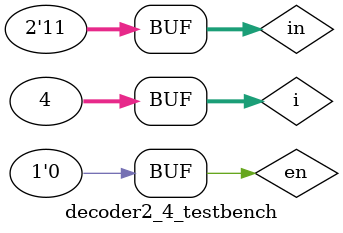
<source format=sv>
`timescale 1ps/1ps


// Decoder for 5 inputs and 32 outputs
module decoder5_32(in, out, enable);
    output logic [31:0] out;
    input logic [4:0] in;
    input logic enable;
    logic [3:0] suben;
    
    decoder2_4 enablecontrol (.in(in[4:3]), .out(suben[3:0]), .en(enable));
    decoder3_8 subdecoder1 (.in(in[2:0]), .out(out[7:0]), .en(suben[0]));
    decoder3_8 subdecoder2 (.in(in[2:0]), .out(out[15:8]), .en(suben[1]));
    decoder3_8 subdecoder3 (.in(in[2:0]), .out(out[23:16]), .en(suben[2]));
    decoder3_8 subdecoder4 (.in(in[2:0]), .out(out[31:24]), .en(suben[3]));
	 
endmodule

// Testbench for the module.
module decoder5_32_testbench();
    logic [31:0] out;
    logic [4:0] in;
    logic enable;
    integer i;
     
    decoder5_32 dut(.in, .out, .enable);
    
    initial begin
        enable = 1;
        for (i = 0; i < 32; i++) begin
            in[4:0] = i; #500;
        end

        enable = 0;
        for (i = 0; i < 32; i++) begin
            in[4:0] = i; #500;
        end
    end
endmodule

// Decoder for 3 inputs and 8 outputs.
module decoder3_8(in, out, en);
    output logic[7:0] out;
    input logic [2:0] in;
    input logic en;
    logic nt, no, nz;
    parameter delay = 50;

    not #delay n1 (nz, in[0]); // nz is !zero (00)
    not #delay n2 (no, in[1]); // no is !one (01)
    not #delay n3 (nt, in[2]); // nt is !two (02)

    and #delay a1 (out[0], nt, no, nz, en);
    and #delay a2 (out[1], nt, no, in[0], en);
    and #delay a3 (out[2], nt, in[1], nz, en);
    and #delay a4 (out[3], nt, in[1], in[0], en);
    and #delay a5 (out[4], in[2], no, nz, en);
    and #delay a6 (out[5], in[2],no, in[0], en);
    and #delay a7 (out[6], in[2], in[1], nz, en);
    and #delay a8 (out[7], in[2], in[1], in[0], en);
endmodule

// Testbench for the module.
module decoder3_8_testbench();
    logic [7:0] out;
    logic [2:0] in;
    logic en;
    integer i;
     
    decoder3_8 dut(.in, .out, .en);
    
    initial begin
        en = 1;
        for (i = 0; i < 8; i++) begin
            in[2:0] = i; #500;
        end

        en = 0;
        for (i = 0; i < 8; i++) begin
            in[2:0] = i; #500;
        end
    end
endmodule

// Decoder with 2 inputs and 4 outputs.
module decoder2_4(in, out, en);
    output logic [3:0] out;
    input logic [1:0] in;
    input logic en;
    logic no, nz;
    parameter delay = 50;

	 not #delay n1 (nz, in[0]); // nz is !zero
    not #delay n2 (no, in[1]); // no is !one 
    
    and #delay a1 (out[0], no, nz, en);
    and #delay a2 (out[1], no, in[0], en);
    and #delay a3 (out[2], in[1], nz, en);
    and #delay a4 (out[3], in[1], in[0], en);
endmodule

// Testbench for the module.
module decoder2_4_testbench();
    logic [3:0] out;
    logic [1:0] in;
    logic en;
    integer i;
     
    decoder2_4 dut(.in, .out, .en);
    
    initial begin
        en = 1;
        for (i = 0; i < 4; i++) begin
            in[1:0] = i; #200;
        end

        en = 0;
        for (i = 0; i < 4; i++) begin
            in[1:0] = i; #200;
        end
    end
endmodule

</source>
